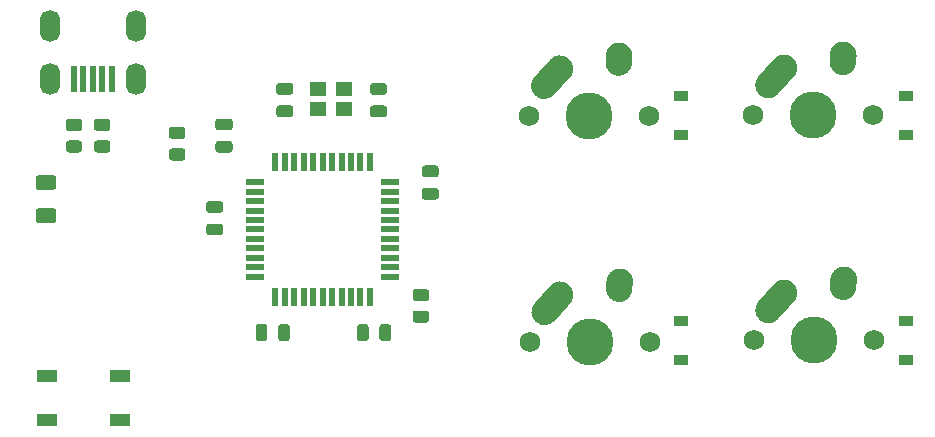
<source format=gbs>
%TF.GenerationSoftware,KiCad,Pcbnew,(5.1.10)-1*%
%TF.CreationDate,2021-05-26T18:35:01+08:00*%
%TF.ProjectId,FirstPCB,46697273-7450-4434-922e-6b696361645f,rev?*%
%TF.SameCoordinates,Original*%
%TF.FileFunction,Soldermask,Bot*%
%TF.FilePolarity,Negative*%
%FSLAX46Y46*%
G04 Gerber Fmt 4.6, Leading zero omitted, Abs format (unit mm)*
G04 Created by KiCad (PCBNEW (5.1.10)-1) date 2021-05-26 18:35:01*
%MOMM*%
%LPD*%
G01*
G04 APERTURE LIST*
%ADD10C,1.750000*%
%ADD11C,2.250000*%
%ADD12C,3.987800*%
%ADD13R,1.200000X0.900000*%
%ADD14R,1.400000X1.200000*%
%ADD15O,1.700000X2.700000*%
%ADD16R,0.500000X2.250000*%
%ADD17R,0.550000X1.500000*%
%ADD18R,1.500000X0.550000*%
%ADD19R,1.800000X1.100000*%
G04 APERTURE END LIST*
D10*
%TO.C,MX3*%
X123348750Y-135731250D03*
X113188750Y-135731250D03*
D11*
X115768750Y-131731250D03*
D12*
X118268750Y-135731250D03*
G36*
G01*
X113707438Y-134028600D02*
X113707433Y-134028595D01*
G75*
G02*
X113621405Y-132439933I751317J837345D01*
G01*
X114931407Y-130979933D01*
G75*
G02*
X116520069Y-130893905I837345J-751317D01*
G01*
X116520069Y-130893905D01*
G75*
G02*
X116606097Y-132482567I-751317J-837345D01*
G01*
X115296095Y-133942567D01*
G75*
G02*
X113707433Y-134028595I-837345J751317D01*
G01*
G37*
D11*
X120808750Y-130651250D03*
G36*
G01*
X120692233Y-132353645D02*
X120691347Y-132353584D01*
G75*
G02*
X119646416Y-131153847I77403J1122334D01*
G01*
X119686416Y-130573847D01*
G75*
G02*
X120886153Y-129528916I1122334J-77403D01*
G01*
X120886153Y-129528916D01*
G75*
G02*
X121931084Y-130728653I-77403J-1122334D01*
G01*
X121891084Y-131308653D01*
G75*
G02*
X120691347Y-132353584I-1122334J77403D01*
G01*
G37*
%TD*%
D10*
%TO.C,MX1*%
X123317000Y-116586000D03*
X113157000Y-116586000D03*
D11*
X115737000Y-112586000D03*
D12*
X118237000Y-116586000D03*
G36*
G01*
X113675688Y-114883350D02*
X113675683Y-114883345D01*
G75*
G02*
X113589655Y-113294683I751317J837345D01*
G01*
X114899657Y-111834683D01*
G75*
G02*
X116488319Y-111748655I837345J-751317D01*
G01*
X116488319Y-111748655D01*
G75*
G02*
X116574347Y-113337317I-751317J-837345D01*
G01*
X115264345Y-114797317D01*
G75*
G02*
X113675683Y-114883345I-837345J751317D01*
G01*
G37*
D11*
X120777000Y-111506000D03*
G36*
G01*
X120660483Y-113208395D02*
X120659597Y-113208334D01*
G75*
G02*
X119614666Y-112008597I77403J1122334D01*
G01*
X119654666Y-111428597D01*
G75*
G02*
X120854403Y-110383666I1122334J-77403D01*
G01*
X120854403Y-110383666D01*
G75*
G02*
X121899334Y-111583403I-77403J-1122334D01*
G01*
X121859334Y-112163403D01*
G75*
G02*
X120659597Y-113208334I-1122334J77403D01*
G01*
G37*
%TD*%
D13*
%TO.C,D2*%
X145034000Y-114904250D03*
X145034000Y-118204250D03*
%TD*%
D14*
%TO.C,Y1*%
X95250000Y-116000000D03*
X97450000Y-116000000D03*
X97450000Y-114300000D03*
X95250000Y-114300000D03*
%TD*%
D15*
%TO.C,USB1*%
X72550000Y-108966000D03*
X79850000Y-108966000D03*
X79850000Y-113466000D03*
X72550000Y-113466000D03*
D16*
X74600000Y-113466000D03*
X75400000Y-113466000D03*
X76200000Y-113466000D03*
X77000000Y-113466000D03*
X77800000Y-113466000D03*
%TD*%
D17*
%TO.C,U1*%
X91662750Y-131906250D03*
X92462750Y-131906250D03*
X93262750Y-131906250D03*
X94062750Y-131906250D03*
X94862750Y-131906250D03*
X95662750Y-131906250D03*
X96462750Y-131906250D03*
X97262750Y-131906250D03*
X98062750Y-131906250D03*
X98862750Y-131906250D03*
X99662750Y-131906250D03*
D18*
X101362750Y-130206250D03*
X101362750Y-129406250D03*
X101362750Y-128606250D03*
X101362750Y-127806250D03*
X101362750Y-127006250D03*
X101362750Y-126206250D03*
X101362750Y-125406250D03*
X101362750Y-124606250D03*
X101362750Y-123806250D03*
X101362750Y-123006250D03*
X101362750Y-122206250D03*
D17*
X99662750Y-120506250D03*
X98862750Y-120506250D03*
X98062750Y-120506250D03*
X97262750Y-120506250D03*
X96462750Y-120506250D03*
X95662750Y-120506250D03*
X94862750Y-120506250D03*
X94062750Y-120506250D03*
X93262750Y-120506250D03*
X92462750Y-120506250D03*
X91662750Y-120506250D03*
D18*
X89962750Y-122206250D03*
X89962750Y-123006250D03*
X89962750Y-123806250D03*
X89962750Y-124606250D03*
X89962750Y-125406250D03*
X89962750Y-126206250D03*
X89962750Y-127006250D03*
X89962750Y-127806250D03*
X89962750Y-128606250D03*
X89962750Y-129406250D03*
X89962750Y-130206250D03*
%TD*%
D19*
%TO.C,SW1*%
X78506250Y-142343750D03*
X72306250Y-138643750D03*
X78506250Y-138643750D03*
X72306250Y-142343750D03*
%TD*%
%TO.C,R4*%
G36*
G01*
X103531249Y-133075000D02*
X104431251Y-133075000D01*
G75*
G02*
X104681250Y-133324999I0J-249999D01*
G01*
X104681250Y-133850001D01*
G75*
G02*
X104431251Y-134100000I-249999J0D01*
G01*
X103531249Y-134100000D01*
G75*
G02*
X103281250Y-133850001I0J249999D01*
G01*
X103281250Y-133324999D01*
G75*
G02*
X103531249Y-133075000I249999J0D01*
G01*
G37*
G36*
G01*
X103531249Y-131250000D02*
X104431251Y-131250000D01*
G75*
G02*
X104681250Y-131499999I0J-249999D01*
G01*
X104681250Y-132025001D01*
G75*
G02*
X104431251Y-132275000I-249999J0D01*
G01*
X103531249Y-132275000D01*
G75*
G02*
X103281250Y-132025001I0J249999D01*
G01*
X103281250Y-131499999D01*
G75*
G02*
X103531249Y-131250000I249999J0D01*
G01*
G37*
%TD*%
%TO.C,R3*%
G36*
G01*
X75062501Y-117868750D02*
X74162499Y-117868750D01*
G75*
G02*
X73912500Y-117618751I0J249999D01*
G01*
X73912500Y-117093749D01*
G75*
G02*
X74162499Y-116843750I249999J0D01*
G01*
X75062501Y-116843750D01*
G75*
G02*
X75312500Y-117093749I0J-249999D01*
G01*
X75312500Y-117618751D01*
G75*
G02*
X75062501Y-117868750I-249999J0D01*
G01*
G37*
G36*
G01*
X75062501Y-119693750D02*
X74162499Y-119693750D01*
G75*
G02*
X73912500Y-119443751I0J249999D01*
G01*
X73912500Y-118918749D01*
G75*
G02*
X74162499Y-118668750I249999J0D01*
G01*
X75062501Y-118668750D01*
G75*
G02*
X75312500Y-118918749I0J-249999D01*
G01*
X75312500Y-119443751D01*
G75*
G02*
X75062501Y-119693750I-249999J0D01*
G01*
G37*
%TD*%
%TO.C,R2*%
G36*
G01*
X77443751Y-117868750D02*
X76543749Y-117868750D01*
G75*
G02*
X76293750Y-117618751I0J249999D01*
G01*
X76293750Y-117093749D01*
G75*
G02*
X76543749Y-116843750I249999J0D01*
G01*
X77443751Y-116843750D01*
G75*
G02*
X77693750Y-117093749I0J-249999D01*
G01*
X77693750Y-117618751D01*
G75*
G02*
X77443751Y-117868750I-249999J0D01*
G01*
G37*
G36*
G01*
X77443751Y-119693750D02*
X76543749Y-119693750D01*
G75*
G02*
X76293750Y-119443751I0J249999D01*
G01*
X76293750Y-118918749D01*
G75*
G02*
X76543749Y-118668750I249999J0D01*
G01*
X77443751Y-118668750D01*
G75*
G02*
X77693750Y-118918749I0J-249999D01*
G01*
X77693750Y-119443751D01*
G75*
G02*
X77443751Y-119693750I-249999J0D01*
G01*
G37*
%TD*%
%TO.C,R1*%
G36*
G01*
X82893749Y-119343750D02*
X83793751Y-119343750D01*
G75*
G02*
X84043750Y-119593749I0J-249999D01*
G01*
X84043750Y-120118751D01*
G75*
G02*
X83793751Y-120368750I-249999J0D01*
G01*
X82893749Y-120368750D01*
G75*
G02*
X82643750Y-120118751I0J249999D01*
G01*
X82643750Y-119593749D01*
G75*
G02*
X82893749Y-119343750I249999J0D01*
G01*
G37*
G36*
G01*
X82893749Y-117518750D02*
X83793751Y-117518750D01*
G75*
G02*
X84043750Y-117768749I0J-249999D01*
G01*
X84043750Y-118293751D01*
G75*
G02*
X83793751Y-118543750I-249999J0D01*
G01*
X82893749Y-118543750D01*
G75*
G02*
X82643750Y-118293751I0J249999D01*
G01*
X82643750Y-117768749D01*
G75*
G02*
X82893749Y-117518750I249999J0D01*
G01*
G37*
%TD*%
D10*
%TO.C,MX4*%
X142303500Y-135572500D03*
X132143500Y-135572500D03*
D11*
X134723500Y-131572500D03*
D12*
X137223500Y-135572500D03*
G36*
G01*
X132662188Y-133869850D02*
X132662183Y-133869845D01*
G75*
G02*
X132576155Y-132281183I751317J837345D01*
G01*
X133886157Y-130821183D01*
G75*
G02*
X135474819Y-130735155I837345J-751317D01*
G01*
X135474819Y-130735155D01*
G75*
G02*
X135560847Y-132323817I-751317J-837345D01*
G01*
X134250845Y-133783817D01*
G75*
G02*
X132662183Y-133869845I-837345J751317D01*
G01*
G37*
D11*
X139763500Y-130492500D03*
G36*
G01*
X139646983Y-132194895D02*
X139646097Y-132194834D01*
G75*
G02*
X138601166Y-130995097I77403J1122334D01*
G01*
X138641166Y-130415097D01*
G75*
G02*
X139840903Y-129370166I1122334J-77403D01*
G01*
X139840903Y-129370166D01*
G75*
G02*
X140885834Y-130569903I-77403J-1122334D01*
G01*
X140845834Y-131149903D01*
G75*
G02*
X139646097Y-132194834I-1122334J77403D01*
G01*
G37*
%TD*%
D10*
%TO.C,MX2*%
X142290500Y-116522500D03*
X132130500Y-116522500D03*
D11*
X134710500Y-112522500D03*
D12*
X137210500Y-116522500D03*
G36*
G01*
X132649188Y-114819850D02*
X132649183Y-114819845D01*
G75*
G02*
X132563155Y-113231183I751317J837345D01*
G01*
X133873157Y-111771183D01*
G75*
G02*
X135461819Y-111685155I837345J-751317D01*
G01*
X135461819Y-111685155D01*
G75*
G02*
X135547847Y-113273817I-751317J-837345D01*
G01*
X134237845Y-114733817D01*
G75*
G02*
X132649183Y-114819845I-837345J751317D01*
G01*
G37*
D11*
X139750500Y-111442500D03*
G36*
G01*
X139633983Y-113144895D02*
X139633097Y-113144834D01*
G75*
G02*
X138588166Y-111945097I77403J1122334D01*
G01*
X138628166Y-111365097D01*
G75*
G02*
X139827903Y-110320166I1122334J-77403D01*
G01*
X139827903Y-110320166D01*
G75*
G02*
X140872834Y-111519903I-77403J-1122334D01*
G01*
X140832834Y-112099903D01*
G75*
G02*
X139633097Y-113144834I-1122334J77403D01*
G01*
G37*
%TD*%
%TO.C,F1*%
G36*
G01*
X72856250Y-122862500D02*
X71606250Y-122862500D01*
G75*
G02*
X71356250Y-122612500I0J250000D01*
G01*
X71356250Y-121862500D01*
G75*
G02*
X71606250Y-121612500I250000J0D01*
G01*
X72856250Y-121612500D01*
G75*
G02*
X73106250Y-121862500I0J-250000D01*
G01*
X73106250Y-122612500D01*
G75*
G02*
X72856250Y-122862500I-250000J0D01*
G01*
G37*
G36*
G01*
X72856250Y-125662500D02*
X71606250Y-125662500D01*
G75*
G02*
X71356250Y-125412500I0J250000D01*
G01*
X71356250Y-124662500D01*
G75*
G02*
X71606250Y-124412500I250000J0D01*
G01*
X72856250Y-124412500D01*
G75*
G02*
X73106250Y-124662500I0J-250000D01*
G01*
X73106250Y-125412500D01*
G75*
G02*
X72856250Y-125662500I-250000J0D01*
G01*
G37*
%TD*%
D13*
%TO.C,D4*%
X145034000Y-133954250D03*
X145034000Y-137254250D03*
%TD*%
%TO.C,D3*%
X125984000Y-133954250D03*
X125984000Y-137254250D03*
%TD*%
%TO.C,D1*%
X125984000Y-114904250D03*
X125984000Y-118204250D03*
%TD*%
%TO.C,C7*%
G36*
G01*
X91887500Y-135412500D02*
X91887500Y-134462500D01*
G75*
G02*
X92137500Y-134212500I250000J0D01*
G01*
X92637500Y-134212500D01*
G75*
G02*
X92887500Y-134462500I0J-250000D01*
G01*
X92887500Y-135412500D01*
G75*
G02*
X92637500Y-135662500I-250000J0D01*
G01*
X92137500Y-135662500D01*
G75*
G02*
X91887500Y-135412500I0J250000D01*
G01*
G37*
G36*
G01*
X89987500Y-135412500D02*
X89987500Y-134462500D01*
G75*
G02*
X90237500Y-134212500I250000J0D01*
G01*
X90737500Y-134212500D01*
G75*
G02*
X90987500Y-134462500I0J-250000D01*
G01*
X90987500Y-135412500D01*
G75*
G02*
X90737500Y-135662500I-250000J0D01*
G01*
X90237500Y-135662500D01*
G75*
G02*
X89987500Y-135412500I0J250000D01*
G01*
G37*
%TD*%
%TO.C,C6*%
G36*
G01*
X99562500Y-134462500D02*
X99562500Y-135412500D01*
G75*
G02*
X99312500Y-135662500I-250000J0D01*
G01*
X98812500Y-135662500D01*
G75*
G02*
X98562500Y-135412500I0J250000D01*
G01*
X98562500Y-134462500D01*
G75*
G02*
X98812500Y-134212500I250000J0D01*
G01*
X99312500Y-134212500D01*
G75*
G02*
X99562500Y-134462500I0J-250000D01*
G01*
G37*
G36*
G01*
X101462500Y-134462500D02*
X101462500Y-135412500D01*
G75*
G02*
X101212500Y-135662500I-250000J0D01*
G01*
X100712500Y-135662500D01*
G75*
G02*
X100462500Y-135412500I0J250000D01*
G01*
X100462500Y-134462500D01*
G75*
G02*
X100712500Y-134212500I250000J0D01*
G01*
X101212500Y-134212500D01*
G75*
G02*
X101462500Y-134462500I0J-250000D01*
G01*
G37*
%TD*%
%TO.C,C5*%
G36*
G01*
X87787500Y-117818750D02*
X86837500Y-117818750D01*
G75*
G02*
X86587500Y-117568750I0J250000D01*
G01*
X86587500Y-117068750D01*
G75*
G02*
X86837500Y-116818750I250000J0D01*
G01*
X87787500Y-116818750D01*
G75*
G02*
X88037500Y-117068750I0J-250000D01*
G01*
X88037500Y-117568750D01*
G75*
G02*
X87787500Y-117818750I-250000J0D01*
G01*
G37*
G36*
G01*
X87787500Y-119718750D02*
X86837500Y-119718750D01*
G75*
G02*
X86587500Y-119468750I0J250000D01*
G01*
X86587500Y-118968750D01*
G75*
G02*
X86837500Y-118718750I250000J0D01*
G01*
X87787500Y-118718750D01*
G75*
G02*
X88037500Y-118968750I0J-250000D01*
G01*
X88037500Y-119468750D01*
G75*
G02*
X87787500Y-119718750I-250000J0D01*
G01*
G37*
%TD*%
%TO.C,C4*%
G36*
G01*
X105250000Y-121787500D02*
X104300000Y-121787500D01*
G75*
G02*
X104050000Y-121537500I0J250000D01*
G01*
X104050000Y-121037500D01*
G75*
G02*
X104300000Y-120787500I250000J0D01*
G01*
X105250000Y-120787500D01*
G75*
G02*
X105500000Y-121037500I0J-250000D01*
G01*
X105500000Y-121537500D01*
G75*
G02*
X105250000Y-121787500I-250000J0D01*
G01*
G37*
G36*
G01*
X105250000Y-123687500D02*
X104300000Y-123687500D01*
G75*
G02*
X104050000Y-123437500I0J250000D01*
G01*
X104050000Y-122937500D01*
G75*
G02*
X104300000Y-122687500I250000J0D01*
G01*
X105250000Y-122687500D01*
G75*
G02*
X105500000Y-122937500I0J-250000D01*
G01*
X105500000Y-123437500D01*
G75*
G02*
X105250000Y-123687500I-250000J0D01*
G01*
G37*
%TD*%
%TO.C,C3*%
G36*
G01*
X86043750Y-125706250D02*
X86993750Y-125706250D01*
G75*
G02*
X87243750Y-125956250I0J-250000D01*
G01*
X87243750Y-126456250D01*
G75*
G02*
X86993750Y-126706250I-250000J0D01*
G01*
X86043750Y-126706250D01*
G75*
G02*
X85793750Y-126456250I0J250000D01*
G01*
X85793750Y-125956250D01*
G75*
G02*
X86043750Y-125706250I250000J0D01*
G01*
G37*
G36*
G01*
X86043750Y-123806250D02*
X86993750Y-123806250D01*
G75*
G02*
X87243750Y-124056250I0J-250000D01*
G01*
X87243750Y-124556250D01*
G75*
G02*
X86993750Y-124806250I-250000J0D01*
G01*
X86043750Y-124806250D01*
G75*
G02*
X85793750Y-124556250I0J250000D01*
G01*
X85793750Y-124056250D01*
G75*
G02*
X86043750Y-123806250I250000J0D01*
G01*
G37*
%TD*%
%TO.C,C2*%
G36*
G01*
X92931000Y-114802500D02*
X91981000Y-114802500D01*
G75*
G02*
X91731000Y-114552500I0J250000D01*
G01*
X91731000Y-114052500D01*
G75*
G02*
X91981000Y-113802500I250000J0D01*
G01*
X92931000Y-113802500D01*
G75*
G02*
X93181000Y-114052500I0J-250000D01*
G01*
X93181000Y-114552500D01*
G75*
G02*
X92931000Y-114802500I-250000J0D01*
G01*
G37*
G36*
G01*
X92931000Y-116702500D02*
X91981000Y-116702500D01*
G75*
G02*
X91731000Y-116452500I0J250000D01*
G01*
X91731000Y-115952500D01*
G75*
G02*
X91981000Y-115702500I250000J0D01*
G01*
X92931000Y-115702500D01*
G75*
G02*
X93181000Y-115952500I0J-250000D01*
G01*
X93181000Y-116452500D01*
G75*
G02*
X92931000Y-116702500I-250000J0D01*
G01*
G37*
%TD*%
%TO.C,C1*%
G36*
G01*
X99918500Y-115702500D02*
X100868500Y-115702500D01*
G75*
G02*
X101118500Y-115952500I0J-250000D01*
G01*
X101118500Y-116452500D01*
G75*
G02*
X100868500Y-116702500I-250000J0D01*
G01*
X99918500Y-116702500D01*
G75*
G02*
X99668500Y-116452500I0J250000D01*
G01*
X99668500Y-115952500D01*
G75*
G02*
X99918500Y-115702500I250000J0D01*
G01*
G37*
G36*
G01*
X99918500Y-113802500D02*
X100868500Y-113802500D01*
G75*
G02*
X101118500Y-114052500I0J-250000D01*
G01*
X101118500Y-114552500D01*
G75*
G02*
X100868500Y-114802500I-250000J0D01*
G01*
X99918500Y-114802500D01*
G75*
G02*
X99668500Y-114552500I0J250000D01*
G01*
X99668500Y-114052500D01*
G75*
G02*
X99918500Y-113802500I250000J0D01*
G01*
G37*
%TD*%
M02*

</source>
